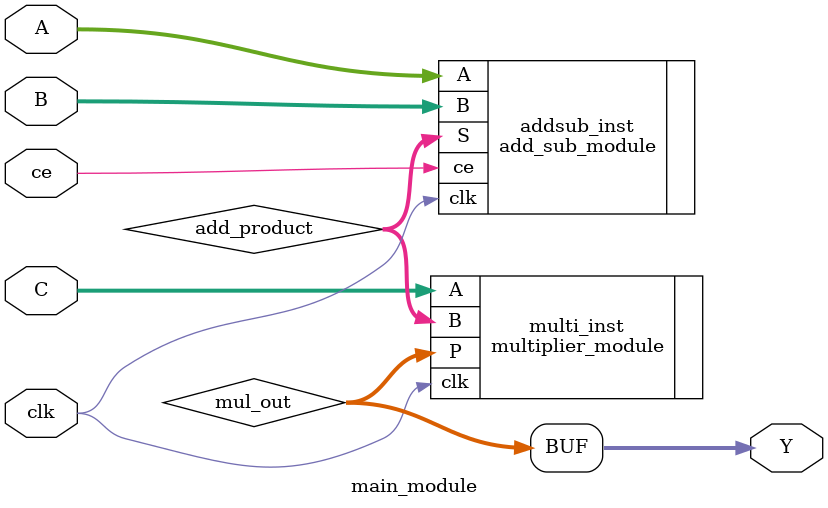
<source format=v>
`timescale 1ns / 1ps


module main_module(
    input wire clk,
    input wire ce,
    input wire signed[14:0]A,
    input wire signed[14:0]B,
    input wire signed[14:0]C,
    output wire signed[29:0]Y
    );
    
wire signed [14:0] add_product;

// Latencja: 2    
add_sub_module addsub_inst (
    .A(A),
    .B(B),
    .clk(clk),
    .ce(ce),
    .S(add_product)
);

// Logika opóźniania sygnału C
reg signed [14:0] C_delayed;
always @(posedge clk) begin
    if (ce) C_delayed <= C;
end

wire signed [29:0] mul_out;

multiplier_module multi_inst (
    .clk(clk),
    .A(C),
    .B(add_product),
    .P(mul_out)
);

// Mnożarka
reg signed [29:0] product;
always @(posedge clk) begin
    if (ce) product <= A + B * C_delayed;
end

// Wyjście
assign Y = mul_out;


endmodule

</source>
